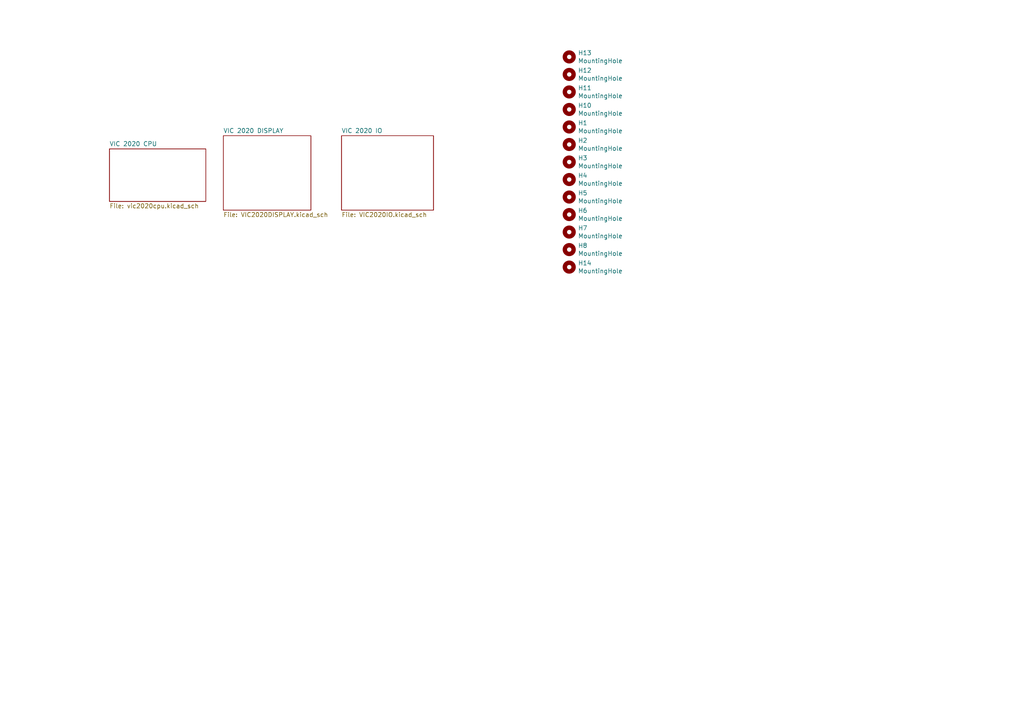
<source format=kicad_sch>
(kicad_sch (version 20250114) (generator "eeschema") (generator_version "9.0")
  (paper "A4")
  (lib_symbols
    (symbol "Mechanical:MountingHole" (pin_names (offset 1.016)) (in_bom no)
      (property "Reference" "H" (at 0 5.08 0))
      (property "Value" "MountingHole" (at 0 3.175 0))
      (symbol "MountingHole_0_1"
        (circle (center 0 0) (radius 1.27) (stroke (width 1.27)))
      )
    )
  )
  (symbol (lib_id "Mechanical:MountingHole") (at 165.1 36.83 0) (unit 1)
    (property "Reference" "H1" (at 167.64 35.6616 0) (effects (justify left)))
    (property "Value" "MountingHole" (at 167.64 37.973 0) (effects (justify left)))
    (property "Footprint" "MountingHole:MountingHole_3.2mm_M3_Pad" (effects (hide yes)))
  )
  (symbol (lib_id "Mechanical:MountingHole") (at 165.1 41.91 0) (unit 1)
    (property "Reference" "H2" (at 167.64 40.7416 0) (effects (justify left)))
    (property "Value" "MountingHole" (at 167.64 43.053 0) (effects (justify left)))
    (property "Footprint" "MountingHole:MountingHole_3.2mm_M3_Pad" (effects (hide yes)))
  )
  (symbol (lib_id "Mechanical:MountingHole") (at 165.1 46.99 0) (unit 1)
    (property "Reference" "H3" (at 167.64 45.8216 0) (effects (justify left)))
    (property "Value" "MountingHole" (at 167.64 48.133 0) (effects (justify left)))
    (property "Footprint" "MountingHole:MountingHole_3.2mm_M3_Pad" (effects (hide yes)))
  )
  (symbol (lib_id "Mechanical:MountingHole") (at 165.1 52.07 0) (unit 1)
    (property "Reference" "H4" (at 167.64 50.9016 0) (effects (justify left)))
    (property "Value" "MountingHole" (at 167.64 53.213 0) (effects (justify left)))
    (property "Footprint" "MountingHole:MountingHole_3.2mm_M3_Pad" (effects (hide yes)))
  )
  (symbol (lib_id "Mechanical:MountingHole") (at 165.1 57.15 0) (unit 1)
    (property "Reference" "H5" (at 167.64 55.9816 0) (effects (justify left)))
    (property "Value" "MountingHole" (at 167.64 58.293 0) (effects (justify left)))
    (property "Footprint" "MountingHole:MountingHole_3.2mm_M3_Pad" (effects (hide yes)))
  )
  (symbol (lib_id "Mechanical:MountingHole") (at 165.1 62.23 0) (unit 1)
    (property "Reference" "H6" (at 167.64 61.0616 0) (effects (justify left)))
    (property "Value" "MountingHole" (at 167.64 63.373 0) (effects (justify left)))
    (property "Footprint" "MountingHole:MountingHole_3.2mm_M3_Pad" (effects (hide yes)))
  )
  (symbol (lib_id "Mechanical:MountingHole") (at 165.1 67.31 0) (unit 1)
    (property "Reference" "H7" (at 167.64 66.1416 0) (effects (justify left)))
    (property "Value" "MountingHole" (at 167.64 68.453 0) (effects (justify left)))
    (property "Footprint" "MountingHole:MountingHole_3.2mm_M3_Pad" (effects (hide yes)))
  )
  (symbol (lib_id "Mechanical:MountingHole") (at 165.1 72.39 0) (unit 1)
    (property "Reference" "H8" (at 167.64 71.2216 0) (effects (justify left)))
    (property "Value" "MountingHole" (at 167.64 73.533 0) (effects (justify left)))
    (property "Footprint" "MountingHole:MountingHole_3.2mm_M3_Pad" (effects (hide yes)))
  )
  (symbol (lib_id "Mechanical:MountingHole") (at 165.1 26.67 0) (unit 1)
    (property "Reference" "H11" (at 167.64 25.5016 0) (effects (justify left)))
    (property "Value" "MountingHole" (at 167.64 27.813 0) (effects (justify left)))
    (property "Footprint" "MountingHole:MountingHole_3.2mm_M3_Pad" (effects (hide yes)))
  )
  (symbol (lib_id "Mechanical:MountingHole") (at 165.1 21.59 0) (unit 1)
    (property "Reference" "H12" (at 167.64 20.4216 0) (effects (justify left)))
    (property "Value" "MountingHole" (at 167.64 22.733 0) (effects (justify left)))
    (property "Footprint" "MountingHole:MountingHole_3.2mm_M3_Pad" (effects (hide yes)))
  )
  (symbol (lib_id "Mechanical:MountingHole") (at 165.1 16.51 0) (unit 1)
    (property "Reference" "H13" (at 167.64 15.3416 0) (effects (justify left)))
    (property "Value" "MountingHole" (at 167.64 17.653 0) (effects (justify left)))
    (property "Footprint" "MountingHole:MountingHole_3.2mm_M3_Pad" (effects (hide yes)))
  )
  (symbol (lib_id "Mechanical:MountingHole") (at 165.1 77.47 0) (unit 1)
    (property "Reference" "H14" (at 167.64 76.3016 0) (effects (justify left)))
    (property "Value" "MountingHole" (at 167.64 78.613 0) (effects (justify left)))
    (property "Footprint" "MountingHole:MountingHole_3.2mm_M3_Pad" (effects (hide yes)))
  )
  (symbol (lib_id "Mechanical:MountingHole") (at 165.1 31.75 0) (unit 1)
    (property "Reference" "H10" (at 167.64 30.5816 0) (effects (justify left)))
    (property "Value" "MountingHole" (at 167.64 32.893 0) (effects (justify left)))
    (property "Footprint" "MountingHole:MountingHole_3.2mm_M3_Pad" (effects (hide yes)))
  )
  (sheet (at 31.75 43.18) (size 27.94 15.24)
    (property "Sheetname" "VIC 2020 CPU" (at 31.75 42.4684 0) (effects (justify left bottom)))
    (property "Sheetfile" "vic2020cpu.kicad_sch" (at 31.75 59.0046 0) (effects (justify left top)))
  )
  (sheet (at 64.77 39.37) (size 25.4 21.59)
    (property "Sheetname" "VIC 2020 DISPLAY" (at 64.77 38.6584 0) (effects (justify left bottom)))
    (property "Sheetfile" "VIC2020DISPLAY.kicad_sch" (at 64.77 61.5446 0) (effects (justify left top)))
  )
  (sheet (at 99.06 39.37) (size 26.67 21.59)
    (property "Sheetname" "VIC 2020 IO" (at 99.06 38.6584 0) (effects (justify left bottom)))
    (property "Sheetfile" "VIC2020IO.kicad_sch" (at 99.06 61.5446 0) (effects (justify left top)))
  )
)
</source>
